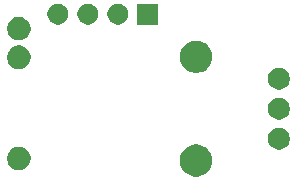
<source format=gbr>
%TF.GenerationSoftware,KiCad,Pcbnew,9.0.3*%
%TF.CreationDate,2025-07-12T05:08:50-07:00*%
%TF.ProjectId,biased-CV-input,62696173-6564-42d4-9356-2d696e707574,rev?*%
%TF.SameCoordinates,Original*%
%TF.FileFunction,Soldermask,Bot*%
%TF.FilePolarity,Negative*%
%FSLAX46Y46*%
G04 Gerber Fmt 4.6, Leading zero omitted, Abs format (unit mm)*
G04 Created by KiCad (PCBNEW 9.0.3) date 2025-07-12 05:08:50*
%MOMM*%
%LPD*%
G01*
G04 APERTURE LIST*
G04 APERTURE END LIST*
G36*
X126322013Y-73060758D02*
G01*
X126526693Y-73127262D01*
X126718450Y-73224967D01*
X126892561Y-73351466D01*
X127044740Y-73503645D01*
X127171239Y-73677756D01*
X127268944Y-73869513D01*
X127335448Y-74074193D01*
X127369115Y-74286756D01*
X127369115Y-74501970D01*
X127335448Y-74714533D01*
X127268944Y-74919213D01*
X127171239Y-75110970D01*
X127044740Y-75285081D01*
X126892561Y-75437260D01*
X126718450Y-75563759D01*
X126526693Y-75661464D01*
X126322013Y-75727968D01*
X126109450Y-75761635D01*
X125894236Y-75761635D01*
X125681673Y-75727968D01*
X125476993Y-75661464D01*
X125285236Y-75563759D01*
X125111125Y-75437260D01*
X124958946Y-75285081D01*
X124832447Y-75110970D01*
X124734742Y-74919213D01*
X124668238Y-74714533D01*
X124634571Y-74501970D01*
X124634571Y-74286756D01*
X124668238Y-74074193D01*
X124734742Y-73869513D01*
X124832447Y-73677756D01*
X124958946Y-73503645D01*
X125111125Y-73351466D01*
X125285236Y-73224967D01*
X125476993Y-73127262D01*
X125681673Y-73060758D01*
X125894236Y-73027091D01*
X126109450Y-73027091D01*
X126322013Y-73060758D01*
G37*
G36*
X111291214Y-73246997D02*
G01*
X111472905Y-73322257D01*
X111636423Y-73431516D01*
X111775484Y-73570577D01*
X111884743Y-73734095D01*
X111960003Y-73915786D01*
X111998369Y-74108669D01*
X111998369Y-74305331D01*
X111960003Y-74498214D01*
X111884743Y-74679905D01*
X111775484Y-74843423D01*
X111636423Y-74982484D01*
X111472905Y-75091743D01*
X111291214Y-75167003D01*
X111098331Y-75205369D01*
X110901669Y-75205369D01*
X110708786Y-75167003D01*
X110527095Y-75091743D01*
X110363577Y-74982484D01*
X110224516Y-74843423D01*
X110115257Y-74679905D01*
X110039997Y-74498214D01*
X110001631Y-74305331D01*
X110001631Y-74108669D01*
X110039997Y-73915786D01*
X110115257Y-73734095D01*
X110224516Y-73570577D01*
X110363577Y-73431516D01*
X110527095Y-73322257D01*
X110708786Y-73246997D01*
X110901669Y-73208631D01*
X111098331Y-73208631D01*
X111291214Y-73246997D01*
G37*
G36*
X133285024Y-71640926D02*
G01*
X133455215Y-71711422D01*
X133608382Y-71813765D01*
X133738641Y-71944024D01*
X133840984Y-72097191D01*
X133911480Y-72267382D01*
X133947418Y-72448056D01*
X133947418Y-72632270D01*
X133911480Y-72812944D01*
X133840984Y-72983135D01*
X133738641Y-73136302D01*
X133608382Y-73266561D01*
X133455215Y-73368904D01*
X133285024Y-73439400D01*
X133104350Y-73475338D01*
X132920136Y-73475338D01*
X132739462Y-73439400D01*
X132569271Y-73368904D01*
X132416104Y-73266561D01*
X132285845Y-73136302D01*
X132183502Y-72983135D01*
X132113006Y-72812944D01*
X132077068Y-72632270D01*
X132077068Y-72448056D01*
X132113006Y-72267382D01*
X132183502Y-72097191D01*
X132285845Y-71944024D01*
X132416104Y-71813765D01*
X132569271Y-71711422D01*
X132739462Y-71640926D01*
X132920136Y-71604988D01*
X133104350Y-71604988D01*
X133285024Y-71640926D01*
G37*
G36*
X133285024Y-69100926D02*
G01*
X133455215Y-69171422D01*
X133608382Y-69273765D01*
X133738641Y-69404024D01*
X133840984Y-69557191D01*
X133911480Y-69727382D01*
X133947418Y-69908056D01*
X133947418Y-70092270D01*
X133911480Y-70272944D01*
X133840984Y-70443135D01*
X133738641Y-70596302D01*
X133608382Y-70726561D01*
X133455215Y-70828904D01*
X133285024Y-70899400D01*
X133104350Y-70935338D01*
X132920136Y-70935338D01*
X132739462Y-70899400D01*
X132569271Y-70828904D01*
X132416104Y-70726561D01*
X132285845Y-70596302D01*
X132183502Y-70443135D01*
X132113006Y-70272944D01*
X132077068Y-70092270D01*
X132077068Y-69908056D01*
X132113006Y-69727382D01*
X132183502Y-69557191D01*
X132285845Y-69404024D01*
X132416104Y-69273765D01*
X132569271Y-69171422D01*
X132739462Y-69100926D01*
X132920136Y-69064988D01*
X133104350Y-69064988D01*
X133285024Y-69100926D01*
G37*
G36*
X133285024Y-66560926D02*
G01*
X133455215Y-66631422D01*
X133608382Y-66733765D01*
X133738641Y-66864024D01*
X133840984Y-67017191D01*
X133911480Y-67187382D01*
X133947418Y-67368056D01*
X133947418Y-67552270D01*
X133911480Y-67732944D01*
X133840984Y-67903135D01*
X133738641Y-68056302D01*
X133608382Y-68186561D01*
X133455215Y-68288904D01*
X133285024Y-68359400D01*
X133104350Y-68395338D01*
X132920136Y-68395338D01*
X132739462Y-68359400D01*
X132569271Y-68288904D01*
X132416104Y-68186561D01*
X132285845Y-68056302D01*
X132183502Y-67903135D01*
X132113006Y-67732944D01*
X132077068Y-67552270D01*
X132077068Y-67368056D01*
X132113006Y-67187382D01*
X132183502Y-67017191D01*
X132285845Y-66864024D01*
X132416104Y-66733765D01*
X132569271Y-66631422D01*
X132739462Y-66560926D01*
X132920136Y-66524988D01*
X133104350Y-66524988D01*
X133285024Y-66560926D01*
G37*
G36*
X126322013Y-64272358D02*
G01*
X126526693Y-64338862D01*
X126718450Y-64436567D01*
X126892561Y-64563066D01*
X127044740Y-64715245D01*
X127171239Y-64889356D01*
X127268944Y-65081113D01*
X127335448Y-65285793D01*
X127369115Y-65498356D01*
X127369115Y-65713570D01*
X127335448Y-65926133D01*
X127268944Y-66130813D01*
X127171239Y-66322570D01*
X127044740Y-66496681D01*
X126892561Y-66648860D01*
X126718450Y-66775359D01*
X126526693Y-66873064D01*
X126322013Y-66939568D01*
X126109450Y-66973235D01*
X125894236Y-66973235D01*
X125681673Y-66939568D01*
X125476993Y-66873064D01*
X125285236Y-66775359D01*
X125111125Y-66648860D01*
X124958946Y-66496681D01*
X124832447Y-66322570D01*
X124734742Y-66130813D01*
X124668238Y-65926133D01*
X124634571Y-65713570D01*
X124634571Y-65498356D01*
X124668238Y-65285793D01*
X124734742Y-65081113D01*
X124832447Y-64889356D01*
X124958946Y-64715245D01*
X125111125Y-64563066D01*
X125285236Y-64436567D01*
X125476993Y-64338862D01*
X125681673Y-64272358D01*
X125894236Y-64238691D01*
X126109450Y-64238691D01*
X126322013Y-64272358D01*
G37*
G36*
X111291214Y-64687197D02*
G01*
X111472905Y-64762457D01*
X111636423Y-64871716D01*
X111775484Y-65010777D01*
X111884743Y-65174295D01*
X111960003Y-65355986D01*
X111998369Y-65548869D01*
X111998369Y-65745531D01*
X111960003Y-65938414D01*
X111884743Y-66120105D01*
X111775484Y-66283623D01*
X111636423Y-66422684D01*
X111472905Y-66531943D01*
X111291214Y-66607203D01*
X111098331Y-66645569D01*
X110901669Y-66645569D01*
X110708786Y-66607203D01*
X110527095Y-66531943D01*
X110363577Y-66422684D01*
X110224516Y-66283623D01*
X110115257Y-66120105D01*
X110039997Y-65938414D01*
X110001631Y-65745531D01*
X110001631Y-65548869D01*
X110039997Y-65355986D01*
X110115257Y-65174295D01*
X110224516Y-65010777D01*
X110363577Y-64871716D01*
X110527095Y-64762457D01*
X110708786Y-64687197D01*
X110901669Y-64648831D01*
X111098331Y-64648831D01*
X111291214Y-64687197D01*
G37*
G36*
X111291214Y-62274197D02*
G01*
X111472905Y-62349457D01*
X111636423Y-62458716D01*
X111775484Y-62597777D01*
X111884743Y-62761295D01*
X111960003Y-62942986D01*
X111998369Y-63135869D01*
X111998369Y-63332531D01*
X111960003Y-63525414D01*
X111884743Y-63707105D01*
X111775484Y-63870623D01*
X111636423Y-64009684D01*
X111472905Y-64118943D01*
X111291214Y-64194203D01*
X111098331Y-64232569D01*
X110901669Y-64232569D01*
X110708786Y-64194203D01*
X110527095Y-64118943D01*
X110363577Y-64009684D01*
X110224516Y-63870623D01*
X110115257Y-63707105D01*
X110039997Y-63525414D01*
X110001631Y-63332531D01*
X110001631Y-63135869D01*
X110039997Y-62942986D01*
X110115257Y-62761295D01*
X110224516Y-62597777D01*
X110363577Y-62458716D01*
X110527095Y-62349457D01*
X110708786Y-62274197D01*
X110901669Y-62235831D01*
X111098331Y-62235831D01*
X111291214Y-62274197D01*
G37*
G36*
X122784542Y-61114893D02*
G01*
X122796870Y-61123130D01*
X122805107Y-61135458D01*
X122808000Y-61150000D01*
X122808000Y-62850000D01*
X122805107Y-62864542D01*
X122796870Y-62876870D01*
X122784542Y-62885107D01*
X122770000Y-62888000D01*
X121070000Y-62888000D01*
X121055458Y-62885107D01*
X121043130Y-62876870D01*
X121034893Y-62864542D01*
X121032000Y-62850000D01*
X121032000Y-61150000D01*
X121034893Y-61135458D01*
X121043130Y-61123130D01*
X121055458Y-61114893D01*
X121070000Y-61112000D01*
X122770000Y-61112000D01*
X122784542Y-61114893D01*
G37*
G36*
X114557773Y-61150237D02*
G01*
X114718600Y-61216854D01*
X114863341Y-61313567D01*
X114986433Y-61436659D01*
X115083146Y-61581400D01*
X115149763Y-61742227D01*
X115183724Y-61912961D01*
X115183724Y-62087039D01*
X115149763Y-62257773D01*
X115083146Y-62418600D01*
X114986433Y-62563341D01*
X114863341Y-62686433D01*
X114718600Y-62783146D01*
X114557773Y-62849763D01*
X114387039Y-62883724D01*
X114212961Y-62883724D01*
X114042227Y-62849763D01*
X113881400Y-62783146D01*
X113736659Y-62686433D01*
X113613567Y-62563341D01*
X113516854Y-62418600D01*
X113450237Y-62257773D01*
X113416276Y-62087039D01*
X113416276Y-61912961D01*
X113450237Y-61742227D01*
X113516854Y-61581400D01*
X113613567Y-61436659D01*
X113736659Y-61313567D01*
X113881400Y-61216854D01*
X114042227Y-61150237D01*
X114212961Y-61116276D01*
X114387039Y-61116276D01*
X114557773Y-61150237D01*
G37*
G36*
X117097773Y-61150237D02*
G01*
X117258600Y-61216854D01*
X117403341Y-61313567D01*
X117526433Y-61436659D01*
X117623146Y-61581400D01*
X117689763Y-61742227D01*
X117723724Y-61912961D01*
X117723724Y-62087039D01*
X117689763Y-62257773D01*
X117623146Y-62418600D01*
X117526433Y-62563341D01*
X117403341Y-62686433D01*
X117258600Y-62783146D01*
X117097773Y-62849763D01*
X116927039Y-62883724D01*
X116752961Y-62883724D01*
X116582227Y-62849763D01*
X116421400Y-62783146D01*
X116276659Y-62686433D01*
X116153567Y-62563341D01*
X116056854Y-62418600D01*
X115990237Y-62257773D01*
X115956276Y-62087039D01*
X115956276Y-61912961D01*
X115990237Y-61742227D01*
X116056854Y-61581400D01*
X116153567Y-61436659D01*
X116276659Y-61313567D01*
X116421400Y-61216854D01*
X116582227Y-61150237D01*
X116752961Y-61116276D01*
X116927039Y-61116276D01*
X117097773Y-61150237D01*
G37*
G36*
X119637773Y-61150237D02*
G01*
X119798600Y-61216854D01*
X119943341Y-61313567D01*
X120066433Y-61436659D01*
X120163146Y-61581400D01*
X120229763Y-61742227D01*
X120263724Y-61912961D01*
X120263724Y-62087039D01*
X120229763Y-62257773D01*
X120163146Y-62418600D01*
X120066433Y-62563341D01*
X119943341Y-62686433D01*
X119798600Y-62783146D01*
X119637773Y-62849763D01*
X119467039Y-62883724D01*
X119292961Y-62883724D01*
X119122227Y-62849763D01*
X118961400Y-62783146D01*
X118816659Y-62686433D01*
X118693567Y-62563341D01*
X118596854Y-62418600D01*
X118530237Y-62257773D01*
X118496276Y-62087039D01*
X118496276Y-61912961D01*
X118530237Y-61742227D01*
X118596854Y-61581400D01*
X118693567Y-61436659D01*
X118816659Y-61313567D01*
X118961400Y-61216854D01*
X119122227Y-61150237D01*
X119292961Y-61116276D01*
X119467039Y-61116276D01*
X119637773Y-61150237D01*
G37*
M02*

</source>
